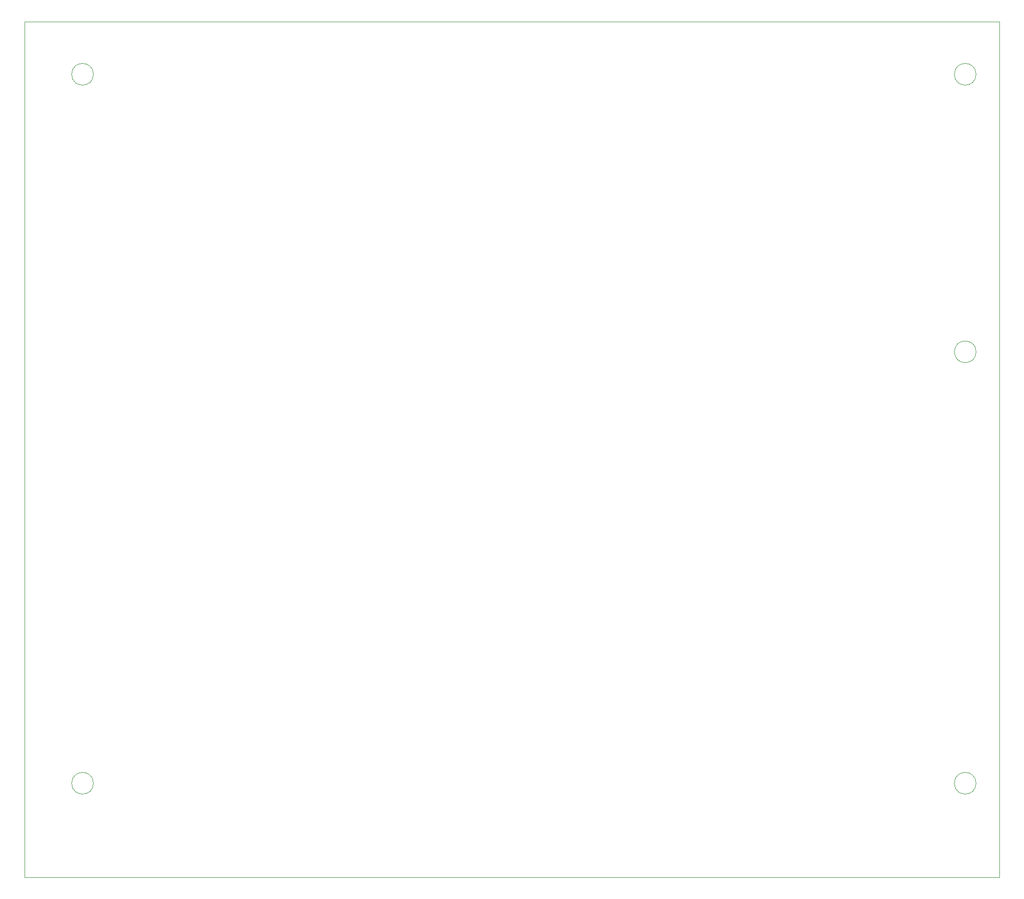
<source format=gbr>
%TF.GenerationSoftware,KiCad,Pcbnew,(6.0.7)*%
%TF.CreationDate,2023-04-17T16:20:31-06:00*%
%TF.ProjectId,Malebolge,4d616c65-626f-46c6-9765-2e6b69636164,rev?*%
%TF.SameCoordinates,Original*%
%TF.FileFunction,Profile,NP*%
%FSLAX46Y46*%
G04 Gerber Fmt 4.6, Leading zero omitted, Abs format (unit mm)*
G04 Created by KiCad (PCBNEW (6.0.7)) date 2023-04-17 16:20:31*
%MOMM*%
%LPD*%
G01*
G04 APERTURE LIST*
%TA.AperFunction,Profile*%
%ADD10C,0.100000*%
%TD*%
G04 APERTURE END LIST*
D10*
X177182000Y-19418000D02*
G75*
G03*
X177182000Y-19418000I-1905000J0D01*
G01*
X177182000Y-68138000D02*
G75*
G03*
X177182000Y-68138000I-1905000J0D01*
G01*
X177182000Y-143878000D02*
G75*
G03*
X177182000Y-143878000I-1905000J0D01*
G01*
X22242000Y-19418000D02*
G75*
G03*
X22242000Y-19418000I-1905000J0D01*
G01*
X22242000Y-143878000D02*
G75*
G03*
X22242000Y-143878000I-1905000J0D01*
G01*
X10177000Y-10160000D02*
X10177000Y-160388000D01*
X10177000Y-160388000D02*
X181277000Y-160388000D01*
X181277000Y-10160000D02*
X181277000Y-160388000D01*
X10177000Y-10160000D02*
X181277000Y-10160000D01*
M02*

</source>
